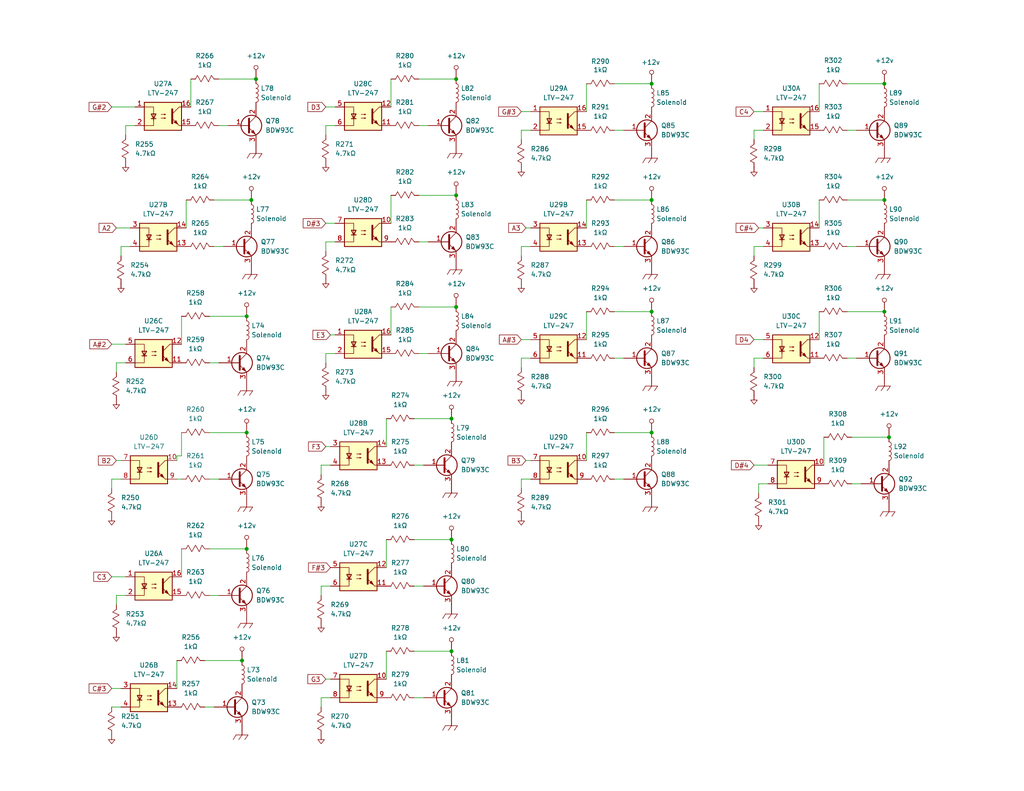
<source format=kicad_sch>
(kicad_sch (version 20231120) (generator "eeschema") (generator_version "8.0")
  (paper "A")
  (junction (at 69.85 21.59))
  (junction (at 123.19 114.3))
  (junction (at 67.31 86.36))
  (junction (at 177.8 85.09))
  (junction (at 124.46 21.59))
  (junction (at 177.8 22.86))
  (junction (at 124.46 53.34))
  (junction (at 177.8 118.11))
  (junction (at 177.8 54.61))
  (junction (at 123.19 147.32))
  (junction (at 66.04 180.34))
  (junction (at 68.58 54.61))
  (junction (at 241.3 22.86))
  (junction (at 242.57 119.38))
  (junction (at 124.46 83.82))
  (junction (at 241.3 85.09))
  (junction (at 67.31 118.11))
  (junction (at 67.31 149.86))
  (junction (at 123.19 177.8))
  (junction (at 241.3 54.61))
  (wire (pts (xy 35.56 67.31) (xy 33.02 67.31)))
  (wire (pts (xy 223.52 85.09) (xy 223.52 92.71)))
  (wire (pts (xy 205.74 35.56) (xy 205.74 38.1)))
  (wire (pts (xy 114.3 21.59) (xy 124.46 21.59)))
  (wire (pts (xy 59.69 34.29) (xy 62.23 34.29)))
  (wire (pts (xy 87.63 127) (xy 87.63 129.54)))
  (wire (pts (xy 30.48 130.81) (xy 30.48 133.35)))
  (wire (pts (xy 57.15 86.36) (xy 67.31 86.36)))
  (wire (pts (xy 49.53 86.36) (xy 49.53 93.98)))
  (wire (pts (xy 142.24 67.31) (xy 142.24 69.85)))
  (wire (pts (xy 167.64 67.31) (xy 170.18 67.31)))
  (wire (pts (xy 33.02 67.31) (xy 33.02 69.85)))
  (wire (pts (xy 113.03 190.5) (xy 115.57 190.5)))
  (wire (pts (xy 167.64 22.86) (xy 177.8 22.86)))
  (wire (pts (xy 88.9 34.29) (xy 88.9 36.83)))
  (wire (pts (xy 106.68 21.59) (xy 106.68 29.21)))
  (wire (pts (xy 90.17 127) (xy 87.63 127)))
  (wire (pts (xy 160.02 85.09) (xy 160.02 92.71)))
  (wire (pts (xy 52.07 21.59) (xy 52.07 29.21)))
  (wire (pts (xy 114.3 66.04) (xy 116.84 66.04)))
  (wire (pts (xy 167.64 118.11) (xy 177.8 118.11)))
  (wire (pts (xy 144.78 67.31) (xy 142.24 67.31)))
  (wire (pts (xy 232.41 132.08) (xy 234.95 132.08)))
  (wire (pts (xy 232.41 119.38) (xy 242.57 119.38)))
  (wire (pts (xy 91.44 96.52) (xy 88.9 96.52)))
  (wire (pts (xy 209.55 132.08) (xy 207.01 132.08)))
  (wire (pts (xy 55.88 180.34) (xy 66.04 180.34)))
  (wire (pts (xy 31.75 125.73) (xy 33.02 125.73)))
  (wire (pts (xy 205.74 92.71) (xy 208.28 92.71)))
  (wire (pts (xy 231.14 22.86) (xy 241.3 22.86)))
  (wire (pts (xy 160.02 118.11) (xy 160.02 125.73)))
  (wire (pts (xy 224.79 119.38) (xy 224.79 127)))
  (wire (pts (xy 231.14 85.09) (xy 241.3 85.09)))
  (wire (pts (xy 55.88 193.04) (xy 58.42 193.04)))
  (wire (pts (xy 48.26 124.46) (xy 48.26 125.73)))
  (wire (pts (xy 88.9 121.92) (xy 90.17 121.92)))
  (wire (pts (xy 143.51 125.73) (xy 144.78 125.73)))
  (wire (pts (xy 30.48 29.21) (xy 36.83 29.21)))
  (wire (pts (xy 160.02 22.86) (xy 160.02 30.48)))
  (wire (pts (xy 58.42 54.61) (xy 68.58 54.61)))
  (wire (pts (xy 223.52 22.86) (xy 223.52 30.48)))
  (wire (pts (xy 114.3 34.29) (xy 116.84 34.29)))
  (wire (pts (xy 113.03 160.02) (xy 115.57 160.02)))
  (wire (pts (xy 34.29 162.56) (xy 31.75 162.56)))
  (wire (pts (xy 143.51 62.23) (xy 144.78 62.23)))
  (wire (pts (xy 113.03 177.8) (xy 123.19 177.8)))
  (wire (pts (xy 88.9 29.21) (xy 91.44 29.21)))
  (wire (pts (xy 58.42 67.31) (xy 60.96 67.31)))
  (wire (pts (xy 114.3 83.82) (xy 124.46 83.82)))
  (wire (pts (xy 167.64 54.61) (xy 177.8 54.61)))
  (wire (pts (xy 30.48 193.04) (xy 33.02 193.04)))
  (wire (pts (xy 205.74 127) (xy 209.55 127)))
  (wire (pts (xy 105.41 114.3) (xy 105.41 121.92)))
  (wire (pts (xy 142.24 35.56) (xy 142.24 38.1)))
  (wire (pts (xy 205.74 97.79) (xy 205.74 100.33)))
  (wire (pts (xy 91.44 34.29) (xy 88.9 34.29)))
  (wire (pts (xy 113.03 147.32) (xy 123.19 147.32)))
  (wire (pts (xy 57.15 149.86) (xy 67.31 149.86)))
  (wire (pts (xy 88.9 60.96) (xy 91.44 60.96)))
  (wire (pts (xy 50.8 54.61) (xy 50.8 62.23)))
  (wire (pts (xy 34.29 99.06) (xy 31.75 99.06)))
  (wire (pts (xy 144.78 35.56) (xy 142.24 35.56)))
  (wire (pts (xy 207.01 132.08) (xy 207.01 134.62)))
  (wire (pts (xy 90.17 160.02) (xy 87.63 160.02)))
  (wire (pts (xy 231.14 54.61) (xy 241.3 54.61)))
  (wire (pts (xy 113.03 127) (xy 115.57 127)))
  (wire (pts (xy 30.48 187.96) (xy 33.02 187.96)))
  (wire (pts (xy 207.01 62.23) (xy 208.28 62.23)))
  (wire (pts (xy 91.44 66.04) (xy 88.9 66.04)))
  (wire (pts (xy 231.14 97.79) (xy 233.68 97.79)))
  (wire (pts (xy 208.28 35.56) (xy 205.74 35.56)))
  (wire (pts (xy 57.15 99.06) (xy 59.69 99.06)))
  (wire (pts (xy 113.03 114.3) (xy 123.19 114.3)))
  (wire (pts (xy 223.52 54.61) (xy 223.52 62.23)))
  (wire (pts (xy 33.02 130.81) (xy 30.48 130.81)))
  (wire (pts (xy 57.15 118.11) (xy 67.31 118.11)))
  (wire (pts (xy 167.64 130.81) (xy 170.18 130.81)))
  (wire (pts (xy 167.64 97.79) (xy 170.18 97.79)))
  (wire (pts (xy 105.41 177.8) (xy 105.41 185.42)))
  (wire (pts (xy 57.15 130.81) (xy 59.69 130.81)))
  (wire (pts (xy 31.75 99.06) (xy 31.75 101.6)))
  (wire (pts (xy 160.02 54.61) (xy 160.02 62.23)))
  (wire (pts (xy 88.9 96.52) (xy 88.9 99.06)))
  (wire (pts (xy 205.74 30.48) (xy 208.28 30.48)))
  (wire (pts (xy 231.14 35.56) (xy 233.68 35.56)))
  (wire (pts (xy 48.26 180.34) (xy 48.26 187.96)))
  (wire (pts (xy 208.28 67.31) (xy 205.74 67.31)))
  (wire (pts (xy 57.15 162.56) (xy 59.69 162.56)))
  (wire (pts (xy 167.64 85.09) (xy 177.8 85.09)))
  (wire (pts (xy 205.74 67.31) (xy 205.74 69.85)))
  (wire (pts (xy 36.83 34.29) (xy 34.29 34.29)))
  (wire (pts (xy 144.78 97.79) (xy 142.24 97.79)))
  (wire (pts (xy 88.9 66.04) (xy 88.9 68.58)))
  (wire (pts (xy 106.68 83.82) (xy 106.68 91.44)))
  (wire (pts (xy 59.69 21.59) (xy 69.85 21.59)))
  (wire (pts (xy 142.24 97.79) (xy 142.24 100.33)))
  (wire (pts (xy 49.53 149.86) (xy 49.53 157.48)))
  (wire (pts (xy 114.3 53.34) (xy 124.46 53.34)))
  (wire (pts (xy 87.63 160.02) (xy 87.63 162.56)))
  (wire (pts (xy 48.26 124.46) (xy 49.53 124.46)))
  (wire (pts (xy 34.29 34.29) (xy 34.29 36.83)))
  (wire (pts (xy 48.26 130.81) (xy 49.53 130.81)))
  (wire (pts (xy 142.24 130.81) (xy 142.24 133.35)))
  (wire (pts (xy 105.41 147.32) (xy 105.41 154.94)))
  (wire (pts (xy 88.9 185.42) (xy 90.17 185.42)))
  (wire (pts (xy 167.64 35.56) (xy 170.18 35.56)))
  (wire (pts (xy 142.24 30.48) (xy 144.78 30.48)))
  (wire (pts (xy 208.28 97.79) (xy 205.74 97.79)))
  (wire (pts (xy 31.75 62.23) (xy 35.56 62.23)))
  (wire (pts (xy 90.17 190.5) (xy 87.63 190.5)))
  (wire (pts (xy 31.75 162.56) (xy 31.75 165.1)))
  (wire (pts (xy 144.78 130.81) (xy 142.24 130.81)))
  (wire (pts (xy 30.48 93.98) (xy 34.29 93.98)))
  (wire (pts (xy 106.68 53.34) (xy 106.68 60.96)))
  (wire (pts (xy 231.14 67.31) (xy 233.68 67.31)))
  (wire (pts (xy 87.63 190.5) (xy 87.63 193.04)))
  (wire (pts (xy 30.48 157.48) (xy 34.29 157.48)))
  (wire (pts (xy 114.3 96.52) (xy 116.84 96.52)))
  (wire (pts (xy 142.24 92.71) (xy 144.78 92.71)))
  (wire (pts (xy 90.17 91.44) (xy 91.44 91.44)))
  (wire (pts (xy 49.53 124.46) (xy 49.53 118.11)))
  (global_label "C#3" (shape input) (at 30.48 187.96 180) (property "Intersheetrefs" "${INTERSHEET_REFS}" (effects (hide yes))))
  (global_label "E3" (shape input) (at 90.17 91.44 180) (property "Intersheetrefs" "${INTERSHEET_REFS}" (effects (hide yes))))
  (global_label "D4" (shape input) (at 205.74 92.71 180) (property "Intersheetrefs" "${INTERSHEET_REFS}" (effects (hide yes))))
  (global_label "A2" (shape input) (at 31.75 62.23 180) (property "Intersheetrefs" "${INTERSHEET_REFS}" (effects (hide yes))))
  (global_label "A#3" (shape input) (at 142.24 92.71 180) (property "Intersheetrefs" "${INTERSHEET_REFS}" (effects (hide yes))))
  (global_label "A3" (shape input) (at 143.51 62.23 180) (property "Intersheetrefs" "${INTERSHEET_REFS}" (effects (hide yes))))
  (global_label "G3" (shape input) (at 88.9 185.42 180) (property "Intersheetrefs" "${INTERSHEET_REFS}" (effects (hide yes))))
  (global_label "G#3" (shape input) (at 142.24 30.48 180) (property "Intersheetrefs" "${INTERSHEET_REFS}" (effects (hide yes))))
  (global_label "A#2" (shape input) (at 30.48 93.98 180) (property "Intersheetrefs" "${INTERSHEET_REFS}" (effects (hide yes))))
  (global_label "D#3" (shape input) (at 88.9 60.96 180) (property "Intersheetrefs" "${INTERSHEET_REFS}" (effects (hide yes))))
  (global_label "G#2" (shape input) (at 30.48 29.21 180) (property "Intersheetrefs" "${INTERSHEET_REFS}" (effects (hide yes))))
  (global_label "C3" (shape input) (at 30.48 157.48 180) (property "Intersheetrefs" "${INTERSHEET_REFS}" (effects (hide yes))))
  (global_label "C4" (shape input) (at 205.74 30.48 180) (property "Intersheetrefs" "${INTERSHEET_REFS}" (effects (hide yes))))
  (global_label "D3" (shape input) (at 88.9 29.21 180) (property "Intersheetrefs" "${INTERSHEET_REFS}" (effects (hide yes))))
  (global_label "C#4" (shape input) (at 207.01 62.23 180) (property "Intersheetrefs" "${INTERSHEET_REFS}" (effects (hide yes))))
  (global_label "D#4" (shape input) (at 205.74 127 180) (property "Intersheetrefs" "${INTERSHEET_REFS}" (effects (hide yes))))
  (global_label "F3" (shape input) (at 88.9 121.92 180) (property "Intersheetrefs" "${INTERSHEET_REFS}" (effects (hide yes))))
  (global_label "B3" (shape input) (at 143.51 125.73 180) (property "Intersheetrefs" "${INTERSHEET_REFS}" (effects (hide yes))))
  (global_label "B2" (shape input) (at 31.75 125.73 180) (property "Intersheetrefs" "${INTERSHEET_REFS}" (effects (hide yes))))
  (global_label "F#3" (shape input) (at 90.17 154.94 180) (property "Intersheetrefs" "${INTERSHEET_REFS}" (effects (hide yes))))
  (symbol (lib_id "Owen's Symbols:Resistor_Mod") (at 30.48 196.85 90) (unit 1)
    (property "Reference" "R251" (at 33.02 195.5799 90) (effects (justify right)))
    (property "Value" "4.7kΩ" (at 33.02 198.1199 90) (effects (justify right)))
    (property "Footprint" "Resistor_SMD:R_0805_2012Metric_Pad1.20x1.40mm_HandSolder" (effects (hide yes)))
  )
  (symbol (lib_id "Isolator:LTV-247") (at 41.91 160.02 0) (unit 1)
    (property "Reference" "U26" (at 41.91 151.13 0))
    (property "Value" "LTV-247" (at 41.91 153.67 0))
    (property "Footprint" "Package_SO:SOP-16_4.4x10.4mm_P1.27mm" (effects (hide yes)))
    (property "Datasheet" "http://optoelectronics.liteon.com/upload/download/DS70-2009-0014/LTV-2X7%20sereis%20Mar17.PDF" (effects (hide yes)))
    (property "Description" "DC Quad Optocoupler, Vce 80V, CTR 100-600%, SOP-16" (effects (hide yes)))
  )
  (symbol (lib_id "Owen's Symbols:Resistor_Mod") (at 88.9 40.64 90) (unit 1)
    (property "Reference" "R271" (at 91.44 39.3699 90) (effects (justify right)))
    (property "Value" "4.7kΩ" (at 91.44 41.9099 90) (effects (justify right)))
    (property "Footprint" "Resistor_SMD:R_0805_2012Metric_Pad1.20x1.40mm_HandSolder" (effects (hide yes)))
  )
  (symbol (lib_id "Custom Power:GND") (at 31.75 109.22 0) (unit 1) (in_bom no) (on_board no)
    (property "Reference" "#PWR0290" (effects (hide yes)))
    (property "Value" "GND" (effects (hide yes)))
  )
  (symbol (lib_id "Device:L") (at 177.8 121.92 0) (unit 1)
    (property "Reference" "L88" (at 179.07 120.6499 0) (effects (justify left)))
    (property "Value" "Solenoid" (at 179.07 123.1899 0) (effects (justify left)))
    (property "Description" "Inductor" (effects (hide yes)))
  )
  (symbol (lib_id "Device:L") (at 241.3 26.67 0) (unit 1)
    (property "Reference" "L89" (at 242.57 25.3999 0) (effects (justify left)))
    (property "Value" "Solenoid" (at 242.57 27.9399 0) (effects (justify left)))
    (property "Description" "Inductor" (effects (hide yes)))
  )
  (symbol (lib_id "Custom Power:GND") (at 205.74 107.95 0) (unit 1) (in_bom no) (on_board no)
    (property "Reference" "#PWR0338" (effects (hide yes)))
    (property "Value" "GND" (effects (hide yes)))
  )
  (symbol (lib_id "Custom Power:Chassis_GND") (at 177.8 102.87 0) (unit 1) (in_bom no) (on_board no)
    (property "Reference" "#PWR0333" (effects (hide yes)))
    (property "Value" "Chassis_GND" (effects (hide yes)))
  )
  (symbol (lib_id "Custom Power:GND") (at 205.74 45.72 0) (unit 1) (in_bom no) (on_board no)
    (property "Reference" "#PWR0336" (effects (hide yes)))
    (property "Value" "GND" (effects (hide yes)))
  )
  (symbol (lib_id "Device:Q_NPN_BCE") (at 238.76 35.56 0) (unit 1)
    (property "Reference" "Q89" (at 243.84 34.2899 0) (effects (justify left)))
    (property "Value" "BDW93C" (at 243.84 36.8299 0) (effects (justify left)))
    (property "Footprint" "Package_TO_SOT_THT:TO-220-3_Vertical" (effects (hide yes)))
    (property "Description" "NPN transistor, base/collector/emitter" (effects (hide yes)))
  )
  (symbol (lib_id "Custom Symbols:Resistor_Mod") (at 109.22 190.5 0) (unit 1)
    (property "Reference" "R279" (at 109.22 184.15 0))
    (property "Value" "1kΩ" (at 109.22 186.69 0))
    (property "Footprint" "Resistor_SMD:R_0805_2012Metric_Pad1.20x1.40mm_HandSolder" (effects (hide yes)))
  )
  (symbol (lib_id "Owen's Symbols:Resistor_Mod") (at 88.9 102.87 90) (unit 1)
    (property "Reference" "R273" (at 91.44 101.5999 90) (effects (justify right)))
    (property "Value" "4.7kΩ" (at 91.44 104.1399 90) (effects (justify right)))
    (property "Footprint" "Resistor_SMD:R_0805_2012Metric_Pad1.20x1.40mm_HandSolder" (effects (hide yes)))
  )
  (symbol (lib_id "Custom Power:GND") (at 33.02 77.47 0) (unit 1) (in_bom no) (on_board no)
    (property "Reference" "#PWR0292" (effects (hide yes)))
    (property "Value" "GND" (effects (hide yes)))
  )
  (symbol (lib_id "Custom Power:GND") (at 87.63 137.16 0) (unit 1) (in_bom no) (on_board no)
    (property "Reference" "#PWR0306" (effects (hide yes)))
    (property "Value" "GND" (effects (hide yes)))
  )
  (symbol (lib_id "Custom Symbols:Resistor_Mod") (at 109.22 114.3 0) (unit 1)
    (property "Reference" "R274" (at 109.22 107.95 0))
    (property "Value" "1kΩ" (at 109.22 110.49 0))
    (property "Footprint" "Resistor_SMD:R_0805_2012Metric_Pad1.20x1.40mm_HandSolder" (effects (hide yes)))
  )
  (symbol (lib_id "Isolator:LTV-247") (at 40.64 128.27 0) (unit 4)
    (property "Reference" "U26" (at 40.64 119.38 0))
    (property "Value" "LTV-247" (at 40.64 121.92 0))
    (property "Footprint" "Package_SO:SOP-16_4.4x10.4mm_P1.27mm" (effects (hide yes)))
    (property "Datasheet" "http://optoelectronics.liteon.com/upload/download/DS70-2009-0014/LTV-2X7%20sereis%20Mar17.PDF" (effects (hide yes)))
    (property "Description" "DC Quad Optocoupler, Vce 80V, CTR 100-600%, SOP-16" (effects (hide yes)))
  )
  (symbol (lib_id "Custom Symbols:Resistor_Mod") (at 227.33 22.86 0) (unit 1)
    (property "Reference" "R302" (at 227.33 16.51 0))
    (property "Value" "1kΩ" (at 227.33 19.05 0))
    (property "Footprint" "Resistor_SMD:R_0805_2012Metric_Pad1.20x1.40mm_HandSolder" (effects (hide yes)))
  )
  (symbol (lib_id "Custom Power:+12v") (at 177.8 53.34 0) (unit 1) (in_bom no) (on_board no)
    (property "Reference" "#PWR0330" (effects (hide yes)))
    (property "Value" "+12v" (at 177.8 48.26 0))
  )
  (symbol (lib_id "Isolator:LTV-247") (at 152.4 128.27 0) (unit 4)
    (property "Reference" "U29" (at 152.4 119.38 0))
    (property "Value" "LTV-247" (at 152.4 121.92 0))
    (property "Footprint" "Package_SO:SOP-16_4.4x10.4mm_P1.27mm" (effects (hide yes)))
    (property "Datasheet" "http://optoelectronics.liteon.com/upload/download/DS70-2009-0014/LTV-2X7%20sereis%20Mar17.PDF" (effects (hide yes)))
    (property "Description" "DC Quad Optocoupler, Vce 80V, CTR 100-600%, SOP-16" (effects (hide yes)))
  )
  (symbol (lib_id "Device:Q_NPN_BCE") (at 63.5 193.04 0) (unit 1)
    (property "Reference" "Q73" (at 68.58 191.7699 0) (effects (justify left)))
    (property "Value" "BDW93C" (at 68.58 194.3099 0) (effects (justify left)))
    (property "Footprint" "Package_TO_SOT_THT:TO-220-3_Vertical" (effects (hide yes)))
    (property "Description" "NPN transistor, base/collector/emitter" (effects (hide yes)))
  )
  (symbol (lib_id "Custom Power:Chassis_GND") (at 67.31 104.14 0) (unit 1) (in_bom no) (on_board no)
    (property "Reference" "#PWR0297" (effects (hide yes)))
    (property "Value" "Chassis_GND" (effects (hide yes)))
  )
  (symbol (lib_id "Custom Symbols:Resistor_Mod") (at 163.83 97.79 0) (unit 1)
    (property "Reference" "R295" (at 163.83 91.44 0))
    (property "Value" "1kΩ" (at 163.83 93.98 0))
    (property "Footprint" "Resistor_SMD:R_0805_2012Metric_Pad1.20x1.40mm_HandSolder" (effects (hide yes)))
  )
  (symbol (lib_id "Custom Symbols:Resistor_Mod") (at 163.83 130.81 0) (unit 1)
    (property "Reference" "R297" (at 163.83 124.46 0))
    (property "Value" "1kΩ" (at 163.83 127 0))
    (property "Footprint" "Resistor_SMD:R_0805_2012Metric_Pad1.20x1.40mm_HandSolder" (effects (hide yes)))
  )
  (symbol (lib_id "Custom Power:+12v") (at 177.8 83.82 0) (unit 1) (in_bom no) (on_board no)
    (property "Reference" "#PWR0332" (effects (hide yes)))
    (property "Value" "+12v" (at 177.8 78.74 0))
  )
  (symbol (lib_id "Custom Power:GND") (at 142.24 107.95 0) (unit 1) (in_bom no) (on_board no)
    (property "Reference" "#PWR0326" (effects (hide yes)))
    (property "Value" "GND" (effects (hide yes)))
  )
  (symbol (lib_id "Isolator:LTV-247") (at 97.79 157.48 0) (unit 3)
    (property "Reference" "U27" (at 97.79 148.59 0))
    (property "Value" "LTV-247" (at 97.79 151.13 0))
    (property "Footprint" "Package_SO:SOP-16_4.4x10.4mm_P1.27mm" (effects (hide yes)))
    (property "Datasheet" "http://optoelectronics.liteon.com/upload/download/DS70-2009-0014/LTV-2X7%20sereis%20Mar17.PDF" (effects (hide yes)))
    (property "Description" "DC Quad Optocoupler, Vce 80V, CTR 100-600%, SOP-16" (effects (hide yes)))
  )
  (symbol (lib_id "Custom Power:Chassis_GND") (at 241.3 40.64 0) (unit 1) (in_bom no) (on_board no)
    (property "Reference" "#PWR0341" (effects (hide yes)))
    (property "Value" "Chassis_GND" (effects (hide yes)))
  )
  (symbol (lib_id "Custom Symbols:Resistor_Mod") (at 228.6 132.08 0) (unit 1)
    (property "Reference" "R309" (at 228.6 125.73 0))
    (property "Value" "1kΩ" (at 228.6 128.27 0))
    (property "Footprint" "Resistor_SMD:R_0805_2012Metric_Pad1.20x1.40mm_HandSolder" (effects (hide yes)))
  )
  (symbol (lib_id "Device:Q_NPN_BCE") (at 64.77 99.06 0) (unit 1)
    (property "Reference" "Q74" (at 69.85 97.7899 0) (effects (justify left)))
    (property "Value" "BDW93C" (at 69.85 100.3299 0) (effects (justify left)))
    (property "Footprint" "Package_TO_SOT_THT:TO-220-3_Vertical" (effects (hide yes)))
    (property "Description" "NPN transistor, base/collector/emitter" (effects (hide yes)))
  )
  (symbol (lib_id "Custom Power:+12v") (at 177.8 116.84 0) (unit 1) (in_bom no) (on_board no)
    (property "Reference" "#PWR0334" (effects (hide yes)))
    (property "Value" "+12v" (at 177.8 111.76 0))
  )
  (symbol (lib_id "Custom Power:GND") (at 87.63 170.18 0) (unit 1) (in_bom no) (on_board no)
    (property "Reference" "#PWR0307" (effects (hide yes)))
    (property "Value" "GND" (effects (hide yes)))
  )
  (symbol (lib_id "Custom Symbols:Resistor_Mod") (at 228.6 119.38 0) (unit 1)
    (property "Reference" "R308" (at 228.6 113.03 0))
    (property "Value" "1kΩ" (at 228.6 115.57 0))
    (property "Footprint" "Resistor_SMD:R_0805_2012Metric_Pad1.20x1.40mm_HandSolder" (effects (hide yes)))
  )
  (symbol (lib_id "Isolator:LTV-247") (at 44.45 31.75 0) (unit 1)
    (property "Reference" "U27" (at 44.45 22.86 0))
    (property "Value" "LTV-247" (at 44.45 25.4 0))
    (property "Footprint" "Package_SO:SOP-16_4.4x10.4mm_P1.27mm" (effects (hide yes)))
    (property "Datasheet" "http://optoelectronics.liteon.com/upload/download/DS70-2009-0014/LTV-2X7%20sereis%20Mar17.PDF" (effects (hide yes)))
    (property "Description" "DC Quad Optocoupler, Vce 80V, CTR 100-600%, SOP-16" (effects (hide yes)))
  )
  (symbol (lib_id "Owen's Symbols:Resistor_Mod") (at 142.24 41.91 90) (unit 1)
    (property "Reference" "R286" (at 144.78 40.6399 90) (effects (justify right)))
    (property "Value" "4.7kΩ" (at 144.78 43.1799 90) (effects (justify right)))
    (property "Footprint" "Resistor_SMD:R_0805_2012Metric_Pad1.20x1.40mm_HandSolder" (effects (hide yes)))
  )
  (symbol (lib_id "Device:Q_NPN_BCE") (at 175.26 35.56 0) (unit 1)
    (property "Reference" "Q85" (at 180.34 34.2899 0) (effects (justify left)))
    (property "Value" "BDW93C" (at 180.34 36.8299 0) (effects (justify left)))
    (property "Footprint" "Package_TO_SOT_THT:TO-220-3_Vertical" (effects (hide yes)))
    (property "Description" "NPN transistor, base/collector/emitter" (effects (hide yes)))
  )
  (symbol (lib_id "Isolator:LTV-247") (at 215.9 64.77 0) (unit 2)
    (property "Reference" "U30" (at 215.9 55.88 0))
    (property "Value" "LTV-247" (at 215.9 58.42 0))
    (property "Footprint" "Package_SO:SOP-16_4.4x10.4mm_P1.27mm" (effects (hide yes)))
    (property "Datasheet" "http://optoelectronics.liteon.com/upload/download/DS70-2009-0014/LTV-2X7%20sereis%20Mar17.PDF" (effects (hide yes)))
    (property "Description" "DC Quad Optocoupler, Vce 80V, CTR 100-600%, SOP-16" (effects (hide yes)))
  )
  (symbol (lib_id "Custom Power:GND") (at 142.24 45.72 0) (unit 1) (in_bom no) (on_board no)
    (property "Reference" "#PWR0324" (effects (hide yes)))
    (property "Value" "GND" (effects (hide yes)))
  )
  (symbol (lib_id "Custom Power:Chassis_GND") (at 177.8 72.39 0) (unit 1) (in_bom no) (on_board no)
    (property "Reference" "#PWR0331" (effects (hide yes)))
    (property "Value" "Chassis_GND" (effects (hide yes)))
  )
  (symbol (lib_id "Isolator:LTV-247") (at 152.4 64.77 0) (unit 2)
    (property "Reference" "U29" (at 152.4 55.88 0))
    (property "Value" "LTV-247" (at 152.4 58.42 0))
    (property "Footprint" "Package_SO:SOP-16_4.4x10.4mm_P1.27mm" (effects (hide yes)))
    (property "Datasheet" "http://optoelectronics.liteon.com/upload/download/DS70-2009-0014/LTV-2X7%20sereis%20Mar17.PDF" (effects (hide yes)))
    (property "Description" "DC Quad Optocoupler, Vce 80V, CTR 100-600%, SOP-16" (effects (hide yes)))
  )
  (symbol (lib_id "Custom Power:GND") (at 88.9 76.2 0) (unit 1) (in_bom no) (on_board no)
    (property "Reference" "#PWR0310" (effects (hide yes)))
    (property "Value" "GND" (effects (hide yes)))
  )
  (symbol (lib_id "Custom Symbols:Resistor_Mod") (at 110.49 66.04 0) (unit 1)
    (property "Reference" "R283" (at 110.49 59.69 0))
    (property "Value" "1kΩ" (at 110.49 62.23 0))
    (property "Footprint" "Resistor_SMD:R_0805_2012Metric_Pad1.20x1.40mm_HandSolder" (effects (hide yes)))
  )
  (symbol (lib_id "Device:Q_NPN_BCE") (at 175.26 67.31 0) (unit 1)
    (property "Reference" "Q86" (at 180.34 66.0399 0) (effects (justify left)))
    (property "Value" "BDW93C" (at 180.34 68.5799 0) (effects (justify left)))
    (property "Footprint" "Package_TO_SOT_THT:TO-220-3_Vertical" (effects (hide yes)))
    (property "Description" "NPN transistor, base/collector/emitter" (effects (hide yes)))
  )
  (symbol (lib_id "Custom Symbols:Resistor_Mod") (at 227.33 67.31 0) (unit 1)
    (property "Reference" "R305" (at 227.33 60.96 0))
    (property "Value" "1kΩ" (at 227.33 63.5 0))
    (property "Footprint" "Resistor_SMD:R_0805_2012Metric_Pad1.20x1.40mm_HandSolder" (effects (hide yes)))
  )
  (symbol (lib_id "Owen's Symbols:Resistor_Mod") (at 87.63 166.37 90) (unit 1)
    (property "Reference" "R269" (at 90.17 165.0999 90) (effects (justify right)))
    (property "Value" "4.7kΩ" (at 90.17 167.6399 90) (effects (justify right)))
    (property "Footprint" "Resistor_SMD:R_0805_2012Metric_Pad1.20x1.40mm_HandSolder" (effects (hide yes)))
  )
  (symbol (lib_id "Custom Symbols:Resistor_Mod") (at 163.83 35.56 0) (unit 1)
    (property "Reference" "R291" (at 163.83 29.21 0))
    (property "Value" "1kΩ" (at 163.83 31.75 0))
    (property "Footprint" "Resistor_SMD:R_0805_2012Metric_Pad1.20x1.40mm_HandSolder" (effects (hide yes)))
  )
  (symbol (lib_id "Isolator:LTV-247") (at 43.18 64.77 0) (unit 2)
    (property "Reference" "U27" (at 43.18 55.88 0))
    (property "Value" "LTV-247" (at 43.18 58.42 0))
    (property "Footprint" "Package_SO:SOP-16_4.4x10.4mm_P1.27mm" (effects (hide yes)))
    (property "Datasheet" "http://optoelectronics.liteon.com/upload/download/DS70-2009-0014/LTV-2X7%20sereis%20Mar17.PDF" (effects (hide yes)))
    (property "Description" "DC Quad Optocoupler, Vce 80V, CTR 100-600%, SOP-16" (effects (hide yes)))
  )
  (symbol (lib_id "Isolator:LTV-247") (at 97.79 187.96 0) (unit 4)
    (property "Reference" "U27" (at 97.79 179.07 0))
    (property "Value" "LTV-247" (at 97.79 181.61 0))
    (property "Footprint" "Package_SO:SOP-16_4.4x10.4mm_P1.27mm" (effects (hide yes)))
    (property "Datasheet" "http://optoelectronics.liteon.com/upload/download/DS70-2009-0014/LTV-2X7%20sereis%20Mar17.PDF" (effects (hide yes)))
    (property "Description" "DC Quad Optocoupler, Vce 80V, CTR 100-600%, SOP-16" (effects (hide yes)))
  )
  (symbol (lib_id "Custom Power:Chassis_GND") (at 177.8 135.89 0) (unit 1) (in_bom no) (on_board no)
    (property "Reference" "#PWR0335" (effects (hide yes)))
    (property "Value" "Chassis_GND" (effects (hide yes)))
  )
  (symbol (lib_id "Device:Q_NPN_BCE") (at 175.26 130.81 0) (unit 1)
    (property "Reference" "Q88" (at 180.34 129.5399 0) (effects (justify left)))
    (property "Value" "BDW93C" (at 180.34 132.0799 0) (effects (justify left)))
    (property "Footprint" "Package_TO_SOT_THT:TO-220-3_Vertical" (effects (hide yes)))
    (property "Description" "NPN transistor, base/collector/emitter" (effects (hide yes)))
  )
  (symbol (lib_id "Custom Power:+12v") (at 124.46 82.55 0) (unit 1) (in_bom no) (on_board no)
    (property "Reference" "#PWR0322" (effects (hide yes)))
    (property "Value" "+12v" (at 124.46 77.47 0))
  )
  (symbol (lib_id "Owen's Symbols:Resistor_Mod") (at 31.75 168.91 90) (unit 1)
    (property "Reference" "R253" (at 34.29 167.6399 90) (effects (justify right)))
    (property "Value" "4.7kΩ" (at 34.29 170.1799 90) (effects (justify right)))
    (property "Footprint" "Resistor_SMD:R_0805_2012Metric_Pad1.20x1.40mm_HandSolder" (effects (hide yes)))
  )
  (symbol (lib_id "Isolator:LTV-247") (at 99.06 63.5 0) (unit 4)
    (property "Reference" "U28" (at 99.06 54.61 0))
    (property "Value" "LTV-247" (at 99.06 57.15 0))
    (property "Footprint" "Package_SO:SOP-16_4.4x10.4mm_P1.27mm" (effects (hide yes)))
    (property "Datasheet" "http://optoelectronics.liteon.com/upload/download/DS70-2009-0014/LTV-2X7%20sereis%20Mar17.PDF" (effects (hide yes)))
    (property "Description" "DC Quad Optocoupler, Vce 80V, CTR 100-600%, SOP-16" (effects (hide yes)))
  )
  (symbol (lib_id "Device:L") (at 177.8 58.42 0) (unit 1)
    (property "Reference" "L86" (at 179.07 57.1499 0) (effects (justify left)))
    (property "Value" "Solenoid" (at 179.07 59.6899 0) (effects (justify left)))
    (property "Description" "Inductor" (effects (hide yes)))
  )
  (symbol (lib_id "Custom Power:GND") (at 31.75 172.72 0) (unit 1) (in_bom no) (on_board no)
    (property "Reference" "#PWR0291" (effects (hide yes)))
    (property "Value" "GND" (effects (hide yes)))
  )
  (symbol (lib_id "Isolator:LTV-247") (at 215.9 33.02 0) (unit 1)
    (property "Reference" "U30" (at 215.9 24.13 0))
    (property "Value" "LTV-247" (at 215.9 26.67 0))
    (property "Footprint" "Package_SO:SOP-16_4.4x10.4mm_P1.27mm" (effects (hide yes)))
    (property "Datasheet" "http://optoelectronics.liteon.com/upload/download/DS70-2009-0014/LTV-2X7%20sereis%20Mar17.PDF" (effects (hide yes)))
    (property "Description" "DC Quad Optocoupler, Vce 80V, CTR 100-600%, SOP-16" (effects (hide yes)))
  )
  (symbol (lib_id "Owen's Symbols:Resistor_Mod") (at 142.24 104.14 90) (unit 1)
    (property "Reference" "R288" (at 144.78 102.8699 90) (effects (justify right)))
    (property "Value" "4.7kΩ" (at 144.78 105.4099 90) (effects (justify right)))
    (property "Footprint" "Resistor_SMD:R_0805_2012Metric_Pad1.20x1.40mm_HandSolder" (effects (hide yes)))
  )
  (symbol (lib_id "Device:Q_NPN_BCE") (at 120.65 190.5 0) (unit 1)
    (property "Reference" "Q81" (at 125.73 189.2299 0) (effects (justify left)))
    (property "Value" "BDW93C" (at 125.73 191.7699 0) (effects (justify left)))
    (property "Footprint" "Package_TO_SOT_THT:TO-220-3_Vertical" (effects (hide yes)))
    (property "Description" "NPN transistor, base/collector/emitter" (effects (hide yes)))
  )
  (symbol (lib_id "Custom Symbols:Resistor_Mod") (at 52.07 180.34 0) (unit 1)
    (property "Reference" "R256" (at 52.07 173.99 0))
    (property "Value" "1kΩ" (at 52.07 176.53 0))
    (property "Footprint" "Resistor_SMD:R_0805_2012Metric_Pad1.20x1.40mm_HandSolder" (effects (hide yes)))
  )
  (symbol (lib_id "Device:L") (at 177.8 88.9 0) (unit 1)
    (property "Reference" "L87" (at 179.07 87.6299 0) (effects (justify left)))
    (property "Value" "Solenoid" (at 179.07 90.1699 0) (effects (justify left)))
    (property "Description" "Inductor" (effects (hide yes)))
  )
  (symbol (lib_id "Custom Power:+12v") (at 123.19 146.05 0) (unit 1) (in_bom no) (on_board no)
    (property "Reference" "#PWR0314" (effects (hide yes)))
    (property "Value" "+12v" (at 123.19 140.97 0))
  )
  (symbol (lib_id "Custom Symbols:Resistor_Mod") (at 53.34 118.11 0) (unit 1)
    (property "Reference" "R260" (at 53.34 111.76 0))
    (property "Value" "1kΩ" (at 53.34 114.3 0))
    (property "Footprint" "Resistor_SMD:R_0805_2012Metric_Pad1.20x1.40mm_HandSolder" (effects (hide yes)))
  )
  (symbol (lib_id "Owen's Symbols:Resistor_Mod") (at 207.01 138.43 90) (unit 1)
    (property "Reference" "R301" (at 209.55 137.1599 90) (effects (justify right)))
    (property "Value" "4.7kΩ" (at 209.55 139.6999 90) (effects (justify right)))
    (property "Footprint" "Resistor_SMD:R_0805_2012Metric_Pad1.20x1.40mm_HandSolder" (effects (hide yes)))
  )
  (symbol (lib_id "Custom Symbols:Resistor_Mod") (at 110.49 83.82 0) (unit 1)
    (property "Reference" "R284" (at 110.49 77.47 0))
    (property "Value" "1kΩ" (at 110.49 80.01 0))
    (property "Footprint" "Resistor_SMD:R_0805_2012Metric_Pad1.20x1.40mm_HandSolder" (effects (hide yes)))
  )
  (symbol (lib_id "Custom Symbols:Resistor_Mod") (at 227.33 97.79 0) (unit 1)
    (property "Reference" "R307" (at 227.33 91.44 0))
    (property "Value" "1kΩ" (at 227.33 93.98 0))
    (property "Footprint" "Resistor_SMD:R_0805_2012Metric_Pad1.20x1.40mm_HandSolder" (effects (hide yes)))
  )
  (symbol (lib_id "Isolator:LTV-247") (at 152.4 33.02 0) (unit 1)
    (property "Reference" "U29" (at 152.4 24.13 0))
    (property "Value" "LTV-247" (at 152.4 26.67 0))
    (property "Footprint" "Package_SO:SOP-16_4.4x10.4mm_P1.27mm" (effects (hide yes)))
    (property "Datasheet" "http://optoelectronics.liteon.com/upload/download/DS70-2009-0014/LTV-2X7%20sereis%20Mar17.PDF" (effects (hide yes)))
    (property "Description" "DC Quad Optocoupler, Vce 80V, CTR 100-600%, SOP-16" (effects (hide yes)))
  )
  (symbol (lib_id "Custom Symbols:Resistor_Mod") (at 53.34 149.86 0) (unit 1)
    (property "Reference" "R262" (at 53.34 143.51 0))
    (property "Value" "1kΩ" (at 53.34 146.05 0))
    (property "Footprint" "Resistor_SMD:R_0805_2012Metric_Pad1.20x1.40mm_HandSolder" (effects (hide yes)))
  )
  (symbol (lib_id "Custom Symbols:Resistor_Mod") (at 109.22 160.02 0) (unit 1)
    (property "Reference" "R277" (at 109.22 153.67 0))
    (property "Value" "1kΩ" (at 109.22 156.21 0))
    (property "Footprint" "Resistor_SMD:R_0805_2012Metric_Pad1.20x1.40mm_HandSolder" (effects (hide yes)))
  )
  (symbol (lib_id "Custom Power:GND") (at 207.01 142.24 0) (unit 1) (in_bom no) (on_board no)
    (property "Reference" "#PWR0339" (effects (hide yes)))
    (property "Value" "GND" (effects (hide yes)))
  )
  (symbol (lib_id "Custom Power:GND") (at 34.29 44.45 0) (unit 1) (in_bom no) (on_board no)
    (property "Reference" "#PWR0293" (effects (hide yes)))
    (property "Value" "GND" (effects (hide yes)))
  )
  (symbol (lib_id "Custom Power:+12v") (at 123.19 113.03 0) (unit 1) (in_bom no) (on_board no)
    (property "Reference" "#PWR0312" (effects (hide yes)))
    (property "Value" "+12v" (at 123.19 107.95 0))
  )
  (symbol (lib_id "Owen's Symbols:Resistor_Mod") (at 87.63 133.35 90) (unit 1)
    (property "Reference" "R268" (at 90.17 132.0799 90) (effects (justify right)))
    (property "Value" "4.7kΩ" (at 90.17 134.6199 90) (effects (justify right)))
    (property "Footprint" "Resistor_SMD:R_0805_2012Metric_Pad1.20x1.40mm_HandSolder" (effects (hide yes)))
  )
  (symbol (lib_id "Device:Q_NPN_BCE") (at 238.76 97.79 0) (unit 1)
    (property "Reference" "Q91" (at 243.84 96.5199 0) (effects (justify left)))
    (property "Value" "BDW93C" (at 243.84 99.0599 0) (effects (justify left)))
    (property "Footprint" "Package_TO_SOT_THT:TO-220-3_Vertical" (effects (hide yes)))
    (property "Description" "NPN transistor, base/collector/emitter" (effects (hide yes)))
  )
  (symbol (lib_id "Custom Power:Chassis_GND") (at 67.31 167.64 0) (unit 1) (in_bom no) (on_board no)
    (property "Reference" "#PWR0301" (effects (hide yes)))
    (property "Value" "Chassis_GND" (effects (hide yes)))
  )
  (symbol (lib_id "Device:L") (at 123.19 181.61 0) (unit 1)
    (property "Reference" "L81" (at 124.46 180.3399 0) (effects (justify left)))
    (property "Value" "Solenoid" (at 124.46 182.8799 0) (effects (justify left)))
    (property "Description" "Inductor" (effects (hide yes)))
  )
  (symbol (lib_id "Custom Symbols:Resistor_Mod") (at 227.33 54.61 0) (unit 1)
    (property "Reference" "R304" (at 227.33 48.26 0))
    (property "Value" "1kΩ" (at 227.33 50.8 0))
    (property "Footprint" "Resistor_SMD:R_0805_2012Metric_Pad1.20x1.40mm_HandSolder" (effects (hide yes)))
  )
  (symbol (lib_id "Custom Power:GND") (at 142.24 140.97 0) (unit 1) (in_bom no) (on_board no)
    (property "Reference" "#PWR0327" (effects (hide yes)))
    (property "Value" "GND" (effects (hide yes)))
  )
  (symbol (lib_id "Custom Power:Chassis_GND") (at 68.58 72.39 0) (unit 1) (in_bom no) (on_board no)
    (property "Reference" "#PWR0303" (effects (hide yes)))
    (property "Value" "Chassis_GND" (effects (hide yes)))
  )
  (symbol (lib_id "Isolator:LTV-247") (at 217.17 129.54 0) (unit 4)
    (property "Reference" "U30" (at 217.17 120.65 0))
    (property "Value" "LTV-247" (at 217.17 123.19 0))
    (property "Footprint" "Package_SO:SOP-16_4.4x10.4mm_P1.27mm" (effects (hide yes)))
    (property "Datasheet" "http://optoelectronics.liteon.com/upload/download/DS70-2009-0014/LTV-2X7%20sereis%20Mar17.PDF" (effects (hide yes)))
    (property "Description" "DC Quad Optocoupler, Vce 80V, CTR 100-600%, SOP-16" (effects (hide yes)))
  )
  (symbol (lib_id "Device:L") (at 241.3 58.42 0) (unit 1)
    (property "Reference" "L90" (at 242.57 57.1499 0) (effects (justify left)))
    (property "Value" "Solenoid" (at 242.57 59.6899 0) (effects (justify left)))
    (property "Description" "Inductor" (effects (hide yes)))
  )
  (symbol (lib_id "Custom Power:+12v") (at 177.8 21.59 0) (unit 1) (in_bom no) (on_board no)
    (property "Reference" "#PWR0328" (effects (hide yes)))
    (property "Value" "+12v" (at 177.546 17.018 0))
  )
  (symbol (lib_id "Device:L") (at 123.19 151.13 0) (unit 1)
    (property "Reference" "L80" (at 124.46 149.8599 0) (effects (justify left)))
    (property "Value" "Solenoid" (at 124.46 152.3999 0) (effects (justify left)))
    (property "Description" "Inductor" (effects (hide yes)))
  )
  (symbol (lib_id "Custom Power:+12v") (at 66.04 179.07 0) (unit 1) (in_bom no) (on_board no)
    (property "Reference" "#PWR0294" (effects (hide yes)))
    (property "Value" "+12v" (at 66.04 173.99 0))
  )
  (symbol (lib_id "Custom Symbols:Resistor_Mod") (at 109.22 127 0) (unit 1)
    (property "Reference" "R275" (at 109.22 120.65 0))
    (property "Value" "1kΩ" (at 109.22 123.19 0))
    (property "Footprint" "Resistor_SMD:R_0805_2012Metric_Pad1.20x1.40mm_HandSolder" (effects (hide yes)))
  )
  (symbol (lib_id "Custom Power:+12v") (at 241.3 53.34 0) (unit 1) (in_bom no) (on_board no)
    (property "Reference" "#PWR0342" (effects (hide yes)))
    (property "Value" "+12v" (at 241.3 48.26 0))
  )
  (symbol (lib_id "Custom Symbols:Resistor_Mod") (at 109.22 147.32 0) (unit 1)
    (property "Reference" "R276" (at 109.22 140.97 0))
    (property "Value" "1kΩ" (at 109.22 143.51 0))
    (property "Footprint" "Resistor_SMD:R_0805_2012Metric_Pad1.20x1.40mm_HandSolder" (effects (hide yes)))
  )
  (symbol (lib_id "Custom Power:+12v") (at 123.19 176.53 0) (unit 1) (in_bom no) (on_board no)
    (property "Reference" "#PWR0316" (effects (hide yes)))
    (property "Value" "+12v" (at 123.19 171.45 0))
  )
  (symbol (lib_id "Custom Symbols:Resistor_Mod") (at 163.83 67.31 0) (unit 1)
    (property "Reference" "R293" (at 163.83 60.96 0))
    (property "Value" "1kΩ" (at 163.83 63.5 0))
    (property "Footprint" "Resistor_SMD:R_0805_2012Metric_Pad1.20x1.40mm_HandSolder" (effects (hide yes)))
  )
  (symbol (lib_id "Custom Symbols:Resistor_Mod") (at 53.34 130.81 0) (unit 1)
    (property "Reference" "R261" (at 53.34 124.46 0))
    (property "Value" "1kΩ" (at 53.34 127 0))
    (property "Footprint" "Resistor_SMD:R_0805_2012Metric_Pad1.20x1.40mm_HandSolder" (effects (hide yes)))
  )
  (symbol (lib_id "Custom Power:+12v") (at 67.31 148.59 0) (unit 1) (in_bom no) (on_board no)
    (property "Reference" "#PWR0300" (effects (hide yes)))
    (property "Value" "+12v" (at 67.31 143.51 0))
  )
  (symbol (lib_id "Custom Symbols:Resistor_Mod") (at 163.83 54.61 0) (unit 1)
    (property "Reference" "R292" (at 163.83 48.26 0))
    (property "Value" "1kΩ" (at 163.83 50.8 0))
    (property "Footprint" "Resistor_SMD:R_0805_2012Metric_Pad1.20x1.40mm_HandSolder" (effects (hide yes)))
  )
  (symbol (lib_id "Device:Q_NPN_BCE") (at 64.77 162.56 0) (unit 1)
    (property "Reference" "Q76" (at 69.85 161.2899 0) (effects (justify left)))
    (property "Value" "BDW93C" (at 69.85 163.8299 0) (effects (justify left)))
    (property "Footprint" "Package_TO_SOT_THT:TO-220-3_Vertical" (effects (hide yes)))
    (property "Description" "NPN transistor, base/collector/emitter" (effects (hide yes)))
  )
  (symbol (lib_id "Custom Power:Chassis_GND") (at 241.3 72.39 0) (unit 1) (in_bom no) (on_board no)
    (property "Reference" "#PWR0343" (effects (hide yes)))
    (property "Value" "Chassis_GND" (effects (hide yes)))
  )
  (symbol (lib_id "Device:L") (at 67.31 90.17 0) (unit 1)
    (property "Reference" "L74" (at 68.58 88.8999 0) (effects (justify left)))
    (property "Value" "Solenoid" (at 68.58 91.4399 0) (effects (justify left)))
    (property "Description" "Inductor" (effects (hide yes)))
  )
  (symbol (lib_id "Custom Power:+12v") (at 124.46 20.32 0) (unit 1) (in_bom no) (on_board no)
    (property "Reference" "#PWR0318" (effects (hide yes)))
    (property "Value" "+12v" (at 124.46 15.24 0))
  )
  (symbol (lib_id "Device:Q_NPN_BCE") (at 120.65 127 0) (unit 1)
    (property "Reference" "Q79" (at 125.73 125.7299 0) (effects (justify left)))
    (property "Value" "BDW93C" (at 125.73 128.2699 0) (effects (justify left)))
    (property "Footprint" "Package_TO_SOT_THT:TO-220-3_Vertical" (effects (hide yes)))
    (property "Description" "NPN transistor, base/collector/emitter" (effects (hide yes)))
  )
  (symbol (lib_id "Device:L") (at 69.85 25.4 0) (unit 1)
    (property "Reference" "L78" (at 71.12 24.1299 0) (effects (justify left)))
    (property "Value" "Solenoid" (at 71.12 26.6699 0) (effects (justify left)))
    (property "Description" "Inductor" (effects (hide yes)))
  )
  (symbol (lib_id "Custom Power:GND") (at 87.63 200.66 0) (unit 1) (in_bom no) (on_board no)
    (property "Reference" "#PWR0308" (effects (hide yes)))
    (property "Value" "GND" (effects (hide yes)))
  )
  (symbol (lib_id "Device:Q_NPN_BCE") (at 121.92 34.29 0) (unit 1)
    (property "Reference" "Q82" (at 127 33.0199 0) (effects (justify left)))
    (property "Value" "BDW93C" (at 127 35.5599 0) (effects (justify left)))
    (property "Footprint" "Package_TO_SOT_THT:TO-220-3_Vertical" (effects (hide yes)))
    (property "Description" "NPN transistor, base/collector/emitter" (effects (hide yes)))
  )
  (symbol (lib_id "Custom Symbols:Resistor_Mod") (at 53.34 86.36 0) (unit 1)
    (property "Reference" "R258" (at 53.34 80.01 0))
    (property "Value" "1kΩ" (at 53.34 82.55 0))
    (property "Footprint" "Resistor_SMD:R_0805_2012Metric_Pad1.20x1.40mm_HandSolder" (effects (hide yes)))
  )
  (symbol (lib_id "Device:Q_NPN_BCE") (at 64.77 130.81 0) (unit 1)
    (property "Reference" "Q75" (at 69.85 129.5399 0) (effects (justify left)))
    (property "Value" "BDW93C" (at 69.85 132.0799 0) (effects (justify left)))
    (property "Footprint" "Package_TO_SOT_THT:TO-220-3_Vertical" (effects (hide yes)))
    (property "Description" "NPN transistor, base/collector/emitter" (effects (hide yes)))
  )
  (symbol (lib_id "Custom Symbols:Resistor_Mod") (at 109.22 177.8 0) (unit 1)
    (property "Reference" "R278" (at 109.22 171.45 0))
    (property "Value" "1kΩ" (at 109.22 173.99 0))
    (property "Footprint" "Resistor_SMD:R_0805_2012Metric_Pad1.20x1.40mm_HandSolder" (effects (hide yes)))
  )
  (symbol (lib_id "Isolator:LTV-247") (at 40.64 190.5 0) (unit 2)
    (property "Reference" "U26" (at 40.64 181.61 0))
    (property "Value" "LTV-247" (at 40.64 184.15 0))
    (property "Footprint" "Package_SO:SOP-16_4.4x10.4mm_P1.27mm" (effects (hide yes)))
    (property "Datasheet" "http://optoelectronics.liteon.com/upload/download/DS70-2009-0014/LTV-2X7%20sereis%20Mar17.PDF" (effects (hide yes)))
    (property "Description" "DC Quad Optocoupler, Vce 80V, CTR 100-600%, SOP-16" (effects (hide yes)))
  )
  (symbol (lib_id "Device:Q_NPN_BCE") (at 121.92 66.04 0) (unit 1)
    (property "Reference" "Q83" (at 127 64.7699 0) (effects (justify left)))
    (property "Value" "BDW93C" (at 127 67.3099 0) (effects (justify left)))
    (property "Footprint" "Package_TO_SOT_THT:TO-220-3_Vertical" (effects (hide yes)))
    (property "Description" "NPN transistor, base/collector/emitter" (effects (hide yes)))
  )
  (symbol (lib_id "Custom Symbols:Resistor_Mod") (at 163.83 85.09 0) (unit 1)
    (property "Reference" "R294" (at 163.83 78.74 0))
    (property "Value" "1kΩ" (at 163.83 81.28 0))
    (property "Footprint" "Resistor_SMD:R_0805_2012Metric_Pad1.20x1.40mm_HandSolder" (effects (hide yes)))
  )
  (symbol (lib_id "Custom Power:Chassis_GND") (at 241.3 102.87 0) (unit 1) (in_bom no) (on_board no)
    (property "Reference" "#PWR0345" (effects (hide yes)))
    (property "Value" "Chassis_GND" (effects (hide yes)))
  )
  (symbol (lib_id "Custom Power:GND") (at 88.9 44.45 0) (unit 1) (in_bom no) (on_board no)
    (property "Reference" "#PWR0309" (effects (hide yes)))
    (property "Value" "GND" (effects (hide yes)))
  )
  (symbol (lib_id "Custom Symbols:Resistor_Mod") (at 55.88 21.59 0) (unit 1)
    (property "Reference" "R266" (at 55.88 15.24 0))
    (property "Value" "1kΩ" (at 55.88 17.78 0))
    (property "Footprint" "Resistor_SMD:R_0805_2012Metric_Pad1.20x1.40mm_HandSolder" (effects (hide yes)))
  )
  (symbol (lib_id "Owen's Symbols:Resistor_Mod") (at 87.63 196.85 90) (unit 1)
    (property "Reference" "R270" (at 90.17 195.5799 90) (effects (justify right)))
    (property "Value" "4.7kΩ" (at 90.17 198.1199 90) (effects (justify right)))
    (property "Footprint" "Resistor_SMD:R_0805_2012Metric_Pad1.20x1.40mm_HandSolder" (effects (hide yes)))
  )
  (symbol (lib_id "Device:L") (at 66.04 184.15 0) (unit 1)
    (property "Reference" "L73" (at 67.31 182.8799 0) (effects (justify left)))
    (property "Value" "Solenoid" (at 67.31 185.4199 0) (effects (justify left)))
    (property "Description" "Inductor" (effects (hide yes)))
  )
  (symbol (lib_id "Custom Power:+12v") (at 241.3 21.59 0) (unit 1) (in_bom no) (on_board no)
    (property "Reference" "#PWR0340" (effects (hide yes)))
    (property "Value" "+12v" (at 241.3 16.51 0))
  )
  (symbol (lib_id "Custom Power:+12v") (at 242.57 118.11 0) (unit 1) (in_bom no) (on_board no)
    (property "Reference" "#PWR0346" (effects (hide yes)))
    (property "Value" "+12v" (at 242.57 113.03 0))
  )
  (symbol (lib_id "Custom Symbols:Resistor_Mod") (at 163.83 22.86 0) (unit 1)
    (property "Reference" "R290" (at 163.83 16.764 0))
    (property "Value" "1kΩ" (at 163.83 19.05 0))
    (property "Footprint" "Resistor_SMD:R_0805_2012Metric_Pad1.20x1.40mm_HandSolder" (effects (hide yes)))
  )
  (symbol (lib_id "Custom Symbols:Resistor_Mod") (at 52.07 193.04 0) (unit 1)
    (property "Reference" "R257" (at 52.07 186.69 0))
    (property "Value" "1kΩ" (at 52.07 189.23 0))
    (property "Footprint" "Resistor_SMD:R_0805_2012Metric_Pad1.20x1.40mm_HandSolder" (effects (hide yes)))
  )
  (symbol (lib_id "Custom Symbols:Resistor_Mod") (at 55.88 34.29 0) (unit 1)
    (property "Reference" "R267" (at 55.88 27.94 0))
    (property "Value" "1kΩ" (at 55.88 30.48 0))
    (property "Footprint" "Resistor_SMD:R_0805_2012Metric_Pad1.20x1.40mm_HandSolder" (effects (hide yes)))
  )
  (symbol (lib_id "Device:Q_NPN_BCE") (at 67.31 34.29 0) (unit 1)
    (property "Reference" "Q78" (at 72.39 33.0199 0) (effects (justify left)))
    (property "Value" "BDW93C" (at 72.39 35.5599 0) (effects (justify left)))
    (property "Footprint" "Package_TO_SOT_THT:TO-220-3_Vertical" (effects (hide yes)))
    (property "Description" "NPN transistor, base/collector/emitter" (effects (hide yes)))
  )
  (symbol (lib_id "Custom Power:GND") (at 30.48 200.66 0) (unit 1) (in_bom no) (on_board no)
    (property "Reference" "#PWR0289" (effects (hide yes)))
    (property "Value" "GND" (effects (hide yes)))
  )
  (symbol (lib_id "Custom Power:Chassis_GND") (at 123.19 132.08 0) (unit 1) (in_bom no) (on_board no)
    (property "Reference" "#PWR0313" (effects (hide yes)))
    (property "Value" "Chassis_GND" (effects (hide yes)))
  )
  (symbol (lib_id "Custom Power:Chassis_GND") (at 177.8 40.64 0) (unit 1) (in_bom no) (on_board no)
    (property "Reference" "#PWR0329" (effects (hide yes)))
    (property "Value" "Chassis_GND" (effects (hide yes)))
  )
  (symbol (lib_id "Device:Q_NPN_BCE") (at 66.04 67.31 0) (unit 1)
    (property "Reference" "Q77" (at 71.12 66.0399 0) (effects (justify left)))
    (property "Value" "BDW93C" (at 71.12 68.5799 0) (effects (justify left)))
    (property "Footprint" "Package_TO_SOT_THT:TO-220-3_Vertical" (effects (hide yes)))
    (property "Description" "NPN transistor, base/collector/emitter" (effects (hide yes)))
  )
  (symbol (lib_id "Isolator:LTV-247") (at 41.91 96.52 0) (unit 3)
    (property "Reference" "U26" (at 41.91 87.63 0))
    (property "Value" "LTV-247" (at 41.91 90.17 0))
    (property "Footprint" "Package_SO:SOP-16_4.4x10.4mm_P1.27mm" (effects (hide yes)))
    (property "Datasheet" "http://optoelectronics.liteon.com/upload/download/DS70-2009-0014/LTV-2X7%20sereis%20Mar17.PDF" (effects (hide yes)))
    (property "Description" "DC Quad Optocoupler, Vce 80V, CTR 100-600%, SOP-16" (effects (hide yes)))
  )
  (symbol (lib_id "Custom Power:+12v") (at 124.46 52.07 0) (unit 1) (in_bom no) (on_board no)
    (property "Reference" "#PWR0320" (effects (hide yes)))
    (property "Value" "+12v" (at 124.46 46.99 0))
  )
  (symbol (lib_id "Custom Power:Chassis_GND") (at 123.19 165.1 0) (unit 1) (in_bom no) (on_board no)
    (property "Reference" "#PWR0315" (effects (hide yes)))
    (property "Value" "Chassis_GND" (effects (hide yes)))
  )
  (symbol (lib_id "Owen's Symbols:Resistor_Mod") (at 142.24 137.16 90) (unit 1)
    (property "Reference" "R289" (at 144.78 135.8899 90) (effects (justify right)))
    (property "Value" "4.7kΩ" (at 144.78 138.4299 90) (effects (justify right)))
    (property "Footprint" "Resistor_SMD:R_0805_2012Metric_Pad1.20x1.40mm_HandSolder" (effects (hide yes)))
  )
  (symbol (lib_id "Custom Symbols:Resistor_Mod") (at 227.33 35.56 0) (unit 1)
    (property "Reference" "R303" (at 227.33 29.21 0))
    (property "Value" "1kΩ" (at 227.33 31.75 0))
    (property "Footprint" "Resistor_SMD:R_0805_2012Metric_Pad1.20x1.40mm_HandSolder" (effects (hide yes)))
  )
  (symbol (lib_id "Custom Symbols:Resistor_Mod") (at 110.49 21.59 0) (unit 1)
    (property "Reference" "R280" (at 110.49 15.24 0))
    (property "Value" "1kΩ" (at 110.49 17.78 0))
    (property "Footprint" "Resistor_SMD:R_0805_2012Metric_Pad1.20x1.40mm_HandSolder" (effects (hide yes)))
  )
  (symbol (lib_id "Device:L") (at 242.57 123.19 0) (unit 1)
    (property "Reference" "L92" (at 243.84 121.9199 0) (effects (justify left)))
    (property "Value" "Solenoid" (at 243.84 124.4599 0) (effects (justify left)))
    (property "Description" "Inductor" (effects (hide yes)))
  )
  (symbol (lib_id "Custom Symbols:Resistor_Mod") (at 110.49 53.34 0) (unit 1)
    (property "Reference" "R282" (at 110.49 46.99 0))
    (property "Value" "1kΩ" (at 110.49 49.53 0))
    (property "Footprint" "Resistor_SMD:R_0805_2012Metric_Pad1.20x1.40mm_HandSolder" (effects (hide yes)))
  )
  (symbol (lib_id "Owen's Symbols:Resistor_Mod") (at 33.02 73.66 90) (unit 1)
    (property "Reference" "R254" (at 35.56 72.3899 90) (effects (justify right)))
    (property "Value" "4.7kΩ" (at 35.56 74.9299 90) (effects (justify right)))
    (property "Footprint" "Resistor_SMD:R_0805_2012Metric_Pad1.20x1.40mm_HandSolder" (effects (hide yes)))
  )
  (symbol (lib_id "Custom Symbols:Resistor_Mod") (at 53.34 162.56 0) (unit 1)
    (property "Reference" "R263" (at 53.34 156.21 0))
    (property "Value" "1kΩ" (at 53.34 158.75 0))
    (property "Footprint" "Resistor_SMD:R_0805_2012Metric_Pad1.20x1.40mm_HandSolder" (effects (hide yes)))
  )
  (symbol (lib_id "Custom Power:Chassis_GND") (at 123.19 195.58 0) (unit 1) (in_bom no) (on_board no)
    (property "Reference" "#PWR0317" (effects (hide yes)))
    (property "Value" "Chassis_GND" (effects (hide yes)))
  )
  (symbol (lib_id "Custom Power:Chassis_GND") (at 242.57 137.16 0) (unit 1) (in_bom no) (on_board no)
    (property "Reference" "#PWR0347" (effects (hide yes)))
    (property "Value" "Chassis_GND" (effects (hide yes)))
  )
  (symbol (lib_id "Custom Power:GND") (at 88.9 106.68 0) (unit 1) (in_bom no) (on_board no)
    (property "Reference" "#PWR0311" (effects (hide yes)))
    (property "Value" "GND" (effects (hide yes)))
  )
  (symbol (lib_id "Custom Power:Chassis_GND") (at 69.85 39.37 0) (unit 1) (in_bom no) (on_board no)
    (property "Reference" "#PWR0305" (effects (hide yes)))
    (property "Value" "Chassis_GND" (effects (hide yes)))
  )
  (symbol (lib_id "Device:Q_NPN_BCE") (at 175.26 97.79 0) (unit 1)
    (property "Reference" "Q87" (at 180.34 96.5199 0) (effects (justify left)))
    (property "Value" "BDW93C" (at 180.34 99.0599 0) (effects (justify left)))
    (property "Footprint" "Package_TO_SOT_THT:TO-220-3_Vertical" (effects (hide yes)))
    (property "Description" "NPN transistor, base/collector/emitter" (effects (hide yes)))
  )
  (symbol (lib_id "Custom Power:+12v") (at 241.3 83.82 0) (unit 1) (in_bom no) (on_board no)
    (property "Reference" "#PWR0344" (effects (hide yes)))
    (property "Value" "+12v" (at 241.3 78.74 0))
  )
  (symbol (lib_id "Device:L") (at 67.31 121.92 0) (unit 1)
    (property "Reference" "L75" (at 68.58 120.6499 0) (effects (justify left)))
    (property "Value" "Solenoid" (at 68.58 123.1899 0) (effects (justify left)))
    (property "Description" "Inductor" (effects (hide yes)))
  )
  (symbol (lib_id "Device:L") (at 123.19 118.11 0) (unit 1)
    (property "Reference" "L79" (at 124.46 116.8399 0) (effects (justify left)))
    (property "Value" "Solenoid" (at 124.46 119.3799 0) (effects (justify left)))
    (property "Description" "Inductor" (effects (hide yes)))
  )
  (symbol (lib_id "Device:Q_NPN_BCE") (at 121.92 96.52 0) (unit 1)
    (property "Reference" "Q84" (at 127 95.2499 0) (effects (justify left)))
    (property "Value" "BDW93C" (at 127 97.7899 0) (effects (justify left)))
    (property "Footprint" "Package_TO_SOT_THT:TO-220-3_Vertical" (effects (hide yes)))
    (property "Description" "NPN transistor, base/collector/emitter" (effects (hide yes)))
  )
  (symbol (lib_id "Owen's Symbols:Resistor_Mod") (at 30.48 137.16 90) (unit 1)
    (property "Reference" "R250" (at 33.02 135.8899 90) (effects (justify right)))
    (property "Value" "4.7kΩ" (at 33.02 138.4299 90) (effects (justify right)))
    (property "Footprint" "Resistor_SMD:R_0805_2012Metric_Pad1.20x1.40mm_HandSolder" (effects (hide yes)))
  )
  (symbol (lib_id "Isolator:LTV-247") (at 97.79 124.46 0) (unit 2)
    (property "Reference" "U28" (at 97.79 115.57 0))
    (property "Value" "LTV-247" (at 97.79 118.11 0))
    (property "Footprint" "Package_SO:SOP-16_4.4x10.4mm_P1.27mm" (effects (hide yes)))
    (property "Datasheet" "http://optoelectronics.liteon.com/upload/download/DS70-2009-0014/LTV-2X7%20sereis%20Mar17.PDF" (effects (hide yes)))
    (property "Description" "DC Quad Optocoupler, Vce 80V, CTR 100-600%, SOP-16" (effects (hide yes)))
  )
  (symbol (lib_id "Custom Power:Chassis_GND") (at 124.46 71.12 0) (unit 1) (in_bom no) (on_board no)
    (property "Reference" "#PWR0321" (effects (hide yes)))
    (property "Value" "Chassis_GND" (effects (hide yes)))
  )
  (symbol (lib_id "Isolator:LTV-247") (at 215.9 95.25 0) (unit 3)
    (property "Reference" "U30" (at 215.9 86.36 0))
    (property "Value" "LTV-247" (at 215.9 88.9 0))
    (property "Footprint" "Package_SO:SOP-16_4.4x10.4mm_P1.27mm" (effects (hide yes)))
    (property "Datasheet" "http://optoelectronics.liteon.com/upload/download/DS70-2009-0014/LTV-2X7%20sereis%20Mar17.PDF" (effects (hide yes)))
    (property "Description" "DC Quad Optocoupler, Vce 80V, CTR 100-600%, SOP-16" (effects (hide yes)))
  )
  (symbol (lib_id "Custom Symbols:Resistor_Mod") (at 110.49 96.52 0) (unit 1)
    (property "Reference" "R285" (at 110.49 90.17 0))
    (property "Value" "1kΩ" (at 110.49 92.71 0))
    (property "Footprint" "Resistor_SMD:R_0805_2012Metric_Pad1.20x1.40mm_HandSolder" (effects (hide yes)))
  )
  (symbol (lib_id "Custom Power:GND") (at 142.24 77.47 0) (unit 1) (in_bom no) (on_board no)
    (property "Reference" "#PWR0325" (effects (hide yes)))
    (property "Value" "GND" (effects (hide yes)))
  )
  (symbol (lib_id "Device:L") (at 124.46 57.15 0) (unit 1)
    (property "Reference" "L83" (at 125.73 55.8799 0) (effects (justify left)))
    (property "Value" "Solenoid" (at 125.73 58.4199 0) (effects (justify left)))
    (property "Description" "Inductor" (effects (hide yes)))
  )
  (symbol (lib_id "Custom Symbols:Resistor_Mod") (at 227.33 85.09 0) (unit 1)
    (property "Reference" "R306" (at 227.33 78.74 0))
    (property "Value" "1kΩ" (at 227.33 81.28 0))
    (property "Footprint" "Resistor_SMD:R_0805_2012Metric_Pad1.20x1.40mm_HandSolder" (effects (hide yes)))
  )
  (symbol (lib_id "Custom Power:Chassis_GND") (at 124.46 101.6 0) (unit 1) (in_bom no) (on_board no)
    (property "Reference" "#PWR0323" (effects (hide yes)))
    (property "Value" "Chassis_GND" (effects (hide yes)))
  )
  (symbol (lib_id "Custom Power:GND") (at 205.74 77.47 0) (unit 1) (in_bom no) (on_board no)
    (property "Reference" "#PWR0337" (effects (hide yes)))
    (property "Value" "GND" (effects (hide yes)))
  )
  (symbol (lib_id "Owen's Symbols:Resistor_Mod") (at 31.75 105.41 90) (unit 1)
    (property "Reference" "R252" (at 34.29 104.1399 90) (effects (justify right)))
    (property "Value" "4.7kΩ" (at 34.29 106.6799 90) (effects (justify right)))
    (property "Footprint" "Resistor_SMD:R_0805_2012Metric_Pad1.20x1.40mm_HandSolder" (effects (hide yes)))
  )
  (symbol (lib_id "Custom Power:Chassis_GND") (at 124.46 39.37 0) (unit 1) (in_bom no) (on_board no)
    (property "Reference" "#PWR0319" (effects (hide yes)))
    (property "Value" "Chassis_GND" (effects (hide yes)))
  )
  (symbol (lib_id "Isolator:LTV-247") (at 99.06 31.75 0) (unit 3)
    (property "Reference" "U28" (at 99.06 22.86 0))
    (property "Value" "LTV-247" (at 99.06 25.4 0))
    (property "Footprint" "Package_SO:SOP-16_4.4x10.4mm_P1.27mm" (effects (hide yes)))
    (property "Datasheet" "http://optoelectronics.liteon.com/upload/download/DS70-2009-0014/LTV-2X7%20sereis%20Mar17.PDF" (effects (hide yes)))
    (property "Description" "DC Quad Optocoupler, Vce 80V, CTR 100-600%, SOP-16" (effects (hide yes)))
  )
  (symbol (lib_id "Custom Power:+12v") (at 69.85 20.32 0) (unit 1) (in_bom no) (on_board no)
    (property "Reference" "#PWR0304" (effects (hide yes)))
    (property "Value" "+12v" (at 69.85 15.24 0))
  )
  (symbol (lib_id "Custom Power:Chassis_GND") (at 67.31 135.89 0) (unit 1) (in_bom no) (on_board no)
    (property "Reference" "#PWR0299" (effects (hide yes)))
    (property "Value" "Chassis_GND" (effects (hide yes)))
  )
  (symbol (lib_id "Isolator:LTV-247") (at 152.4 95.25 0) (unit 3)
    (property "Reference" "U29" (at 152.4 86.36 0))
    (property "Value" "LTV-247" (at 152.4 88.9 0))
    (property "Footprint" "Package_SO:SOP-16_4.4x10.4mm_P1.27mm" (effects (hide yes)))
    (property "Datasheet" "http://optoelectronics.liteon.com/upload/download/DS70-2009-0014/LTV-2X7%20sereis%20Mar17.PDF" (effects (hide yes)))
    (property "Description" "DC Quad Optocoupler, Vce 80V, CTR 100-600%, SOP-16" (effects (hide yes)))
  )
  (symbol (lib_id "Custom Power:GND") (at 30.48 140.97 0) (unit 1) (in_bom no) (on_board no)
    (property "Reference" "#PWR0288" (effects (hide yes)))
    (property "Value" "GND" (effects (hide yes)))
  )
  (symbol (lib_id "Device:L") (at 68.58 58.42 0) (unit 1)
    (property "Reference" "L77" (at 69.85 57.1499 0) (effects (justify left)))
    (property "Value" "Solenoid" (at 69.85 59.6899 0) (effects (justify left)))
    (property "Description" "Inductor" (effects (hide yes)))
  )
  (symbol (lib_id "Custom Power:Chassis_GND") (at 66.04 198.12 0) (unit 1) (in_bom no) (on_board no)
    (property "Reference" "#PWR0295" (effects (hide yes)))
    (property "Value" "Chassis_GND" (effects (hide yes)))
  )
  (symbol (lib_id "Custom Symbols:Resistor_Mod") (at 54.61 67.31 0) (unit 1)
    (property "Reference" "R265" (at 54.61 60.96 0))
    (property "Value" "1kΩ" (at 54.61 63.5 0))
    (property "Footprint" "Resistor_SMD:R_0805_2012Metric_Pad1.20x1.40mm_HandSolder" (effects (hide yes)))
  )
  (symbol (lib_id "Owen's Symbols:Resistor_Mod") (at 34.29 40.64 90) (unit 1)
    (property "Reference" "R255" (at 36.83 39.3699 90) (effects (justify right)))
    (property "Value" "4.7kΩ" (at 36.83 41.9099 90) (effects (justify right)))
    (property "Footprint" "Resistor_SMD:R_0805_2012Metric_Pad1.20x1.40mm_HandSolder" (effects (hide yes)))
  )
  (symbol (lib_id "Custom Symbols:Resistor_Mod") (at 110.49 34.29 0) (unit 1)
    (property "Reference" "R281" (at 110.49 27.94 0))
    (property "Value" "1kΩ" (at 110.49 30.48 0))
    (property "Footprint" "Resistor_SMD:R_0805_2012Metric_Pad1.20x1.40mm_HandSolder" (effects (hide yes)))
  )
  (symbol (lib_id "Device:L") (at 67.31 153.67 0) (unit 1)
    (property "Reference" "L76" (at 68.58 152.3999 0) (effects (justify left)))
    (property "Value" "Solenoid" (at 68.58 154.9399 0) (effects (justify left)))
    (property "Description" "Inductor" (effects (hide yes)))
  )
  (symbol (lib_id "Isolator:LTV-247") (at 99.06 93.98 0) (unit 1)
    (property "Reference" "U28" (at 99.06 85.09 0))
    (property "Value" "LTV-247" (at 99.06 87.63 0))
    (property "Footprint" "Package_SO:SOP-16_4.4x10.4mm_P1.27mm" (effects (hide yes)))
    (property "Datasheet" "http://optoelectronics.liteon.com/upload/download/DS70-2009-0014/LTV-2X7%20sereis%20Mar17.PDF" (effects (hide yes)))
    (property "Description" "DC Quad Optocoupler, Vce 80V, CTR 100-600%, SOP-16" (effects (hide yes)))
  )
  (symbol (lib_id "Owen's Symbols:Resistor_Mod") (at 88.9 72.39 90) (unit 1)
    (property "Reference" "R272" (at 91.44 71.1199 90) (effects (justify right)))
    (property "Value" "4.7kΩ" (at 91.44 73.6599 90) (effects (justify right)))
    (property "Footprint" "Resistor_SMD:R_0805_2012Metric_Pad1.20x1.40mm_HandSolder" (effects (hide yes)))
  )
  (symbol (lib_id "Custom Symbols:Resistor_Mod") (at 163.83 118.11 0) (unit 1)
    (property "Reference" "R296" (at 163.83 111.76 0))
    (property "Value" "1kΩ" (at 163.83 114.3 0))
    (property "Footprint" "Resistor_SMD:R_0805_2012Metric_Pad1.20x1.40mm_HandSolder" (effects (hide yes)))
  )
  (symbol (lib_id "Custom Power:+12v") (at 67.31 85.09 0) (unit 1) (in_bom no) (on_board no)
    (property "Reference" "#PWR0296" (effects (hide yes)))
    (property "Value" "+12v" (at 67.31 80.01 0))
  )
  (symbol (lib_id "Owen's Symbols:Resistor_Mod") (at 205.74 104.14 90) (unit 1)
    (property "Reference" "R300" (at 208.28 102.8699 90) (effects (justify right)))
    (property "Value" "4.7kΩ" (at 208.28 105.4099 90) (effects (justify right)))
    (property "Footprint" "Resistor_SMD:R_0805_2012Metric_Pad1.20x1.40mm_HandSolder" (effects (hide yes)))
  )
  (symbol (lib_id "Device:L") (at 124.46 25.4 0) (unit 1)
    (property "Reference" "L82" (at 125.73 24.1299 0) (effects (justify left)))
    (property "Value" "Solenoid" (at 125.73 26.6699 0) (effects (justify left)))
    (property "Description" "Inductor" (effects (hide yes)))
  )
  (symbol (lib_id "Custom Symbols:Resistor_Mod") (at 53.34 99.06 0) (unit 1)
    (property "Reference" "R259" (at 53.34 92.71 0))
    (property "Value" "1kΩ" (at 53.34 95.25 0))
    (property "Footprint" "Resistor_SMD:R_0805_2012Metric_Pad1.20x1.40mm_HandSolder" (effects (hide yes)))
  )
  (symbol (lib_id "Owen's Symbols:Resistor_Mod") (at 142.24 73.66 90) (unit 1)
    (property "Reference" "R287" (at 144.78 72.3899 90) (effects (justify right)))
    (property "Value" "4.7kΩ" (at 144.78 74.9299 90) (effects (justify right)))
    (property "Footprint" "Resistor_SMD:R_0805_2012Metric_Pad1.20x1.40mm_HandSolder" (effects (hide yes)))
  )
  (symbol (lib_id "Device:L") (at 124.46 87.63 0) (unit 1)
    (property "Reference" "L84" (at 125.73 86.3599 0) (effects (justify left)))
    (property "Value" "Solenoid" (at 125.73 88.8999 0) (effects (justify left)))
    (property "Description" "Inductor" (effects (hide yes)))
  )
  (symbol (lib_id "Device:Q_NPN_BCE") (at 120.65 160.02 0) (unit 1)
    (property "Reference" "Q80" (at 125.73 158.7499 0) (effects (justify left)))
    (property "Value" "BDW93C" (at 125.73 161.2899 0) (effects (justify left)))
    (property "Footprint" "Package_TO_SOT_THT:TO-220-3_Vertical" (effects (hide yes)))
    (property "Description" "NPN transistor, base/collector/emitter" (effects (hide yes)))
  )
  (symbol (lib_id "Device:Q_NPN_BCE") (at 240.03 132.08 0) (unit 1)
    (property "Reference" "Q92" (at 245.11 130.8099 0) (effects (justify left)))
    (property "Value" "BDW93C" (at 245.11 133.3499 0) (effects (justify left)))
    (property "Footprint" "Package_TO_SOT_THT:TO-220-3_Vertical" (effects (hide yes)))
    (property "Description" "NPN transistor, base/collector/emitter" (effects (hide yes)))
  )
  (symbol (lib_id "Custom Power:+12v") (at 67.31 116.84 0) (unit 1) (in_bom no) (on_board no)
    (property "Reference" "#PWR0298" (effects (hide yes)))
    (property "Value" "+12v" (at 67.31 111.76 0))
  )
  (symbol (lib_id "Device:L") (at 177.8 26.67 0) (unit 1)
    (property "Reference" "L85" (at 179.07 25.3999 0) (effects (justify left)))
    (property "Value" "Solenoid" (at 179.07 27.9399 0) (effects (justify left)))
    (property "Description" "Inductor" (effects (hide yes)))
  )
  (symbol (lib_id "Owen's Symbols:Resistor_Mod") (at 205.74 41.91 90) (unit 1)
    (property "Reference" "R298" (at 208.28 40.6399 90) (effects (justify right)))
    (property "Value" "4.7kΩ" (at 208.28 43.1799 90) (effects (justify right)))
    (property "Footprint" "Resistor_SMD:R_0805_2012Metric_Pad1.20x1.40mm_HandSolder" (effects (hide yes)))
  )
  (symbol (lib_id "Device:L") (at 241.3 88.9 0) (unit 1)
    (property "Reference" "L91" (at 242.57 87.6299 0) (effects (justify left)))
    (property "Value" "Solenoid" (at 242.57 90.1699 0) (effects (justify left)))
    (property "Description" "Inductor" (effects (hide yes)))
  )
  (symbol (lib_id "Custom Power:+12v") (at 68.58 53.34 0) (unit 1) (in_bom no) (on_board no)
    (property "Reference" "#PWR0302" (effects (hide yes)))
    (property "Value" "+12v" (at 68.58 48.26 0))
  )
  (symbol (lib_id "Device:Q_NPN_BCE") (at 238.76 67.31 0) (unit 1)
    (property "Reference" "Q90" (at 243.84 66.0399 0) (effects (justify left)))
    (property "Value" "BDW93C" (at 243.84 68.5799 0) (effects (justify left)))
    (property "Footprint" "Package_TO_SOT_THT:TO-220-3_Vertical" (effects (hide yes)))
    (property "Description" "NPN transistor, base/collector/emitter" (effects (hide yes)))
  )
  (symbol (lib_id "Custom Symbols:Resistor_Mod") (at 54.61 54.61 0) (unit 1)
    (property "Reference" "R264" (at 54.61 48.26 0))
    (property "Value" "1kΩ" (at 54.61 50.8 0))
    (property "Footprint" "Resistor_SMD:R_0805_2012Metric_Pad1.20x1.40mm_HandSolder" (effects (hide yes)))
  )
  (symbol (lib_id "Owen's Symbols:Resistor_Mod") (at 205.74 73.66 90) (unit 1)
    (property "Reference" "R299" (at 208.28 72.3899 90) (effects (justify right)))
    (property "Value" "4.7kΩ" (at 208.28 74.9299 90) (effects (justify right)))
    (property "Footprint" "Resistor_SMD:R_0805_2012Metric_Pad1.20x1.40mm_HandSolder" (effects (hide yes)))
  )
)
</source>
